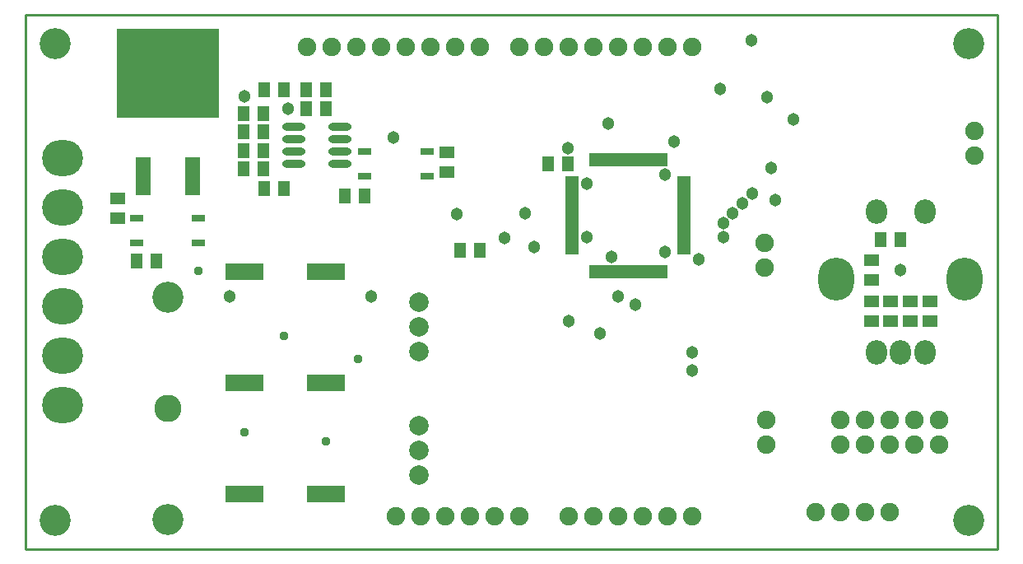
<source format=gbs>
G04*
G04 #@! TF.GenerationSoftware,Altium Limited,Altium Designer,22.2.1 (43)*
G04*
G04 Layer_Color=16711935*
%FSLAX43Y43*%
%MOMM*%
G71*
G04*
G04 #@! TF.SameCoordinates,4727E17F-0EAD-4C76-84FB-9B022A49384D*
G04*
G04*
G04 #@! TF.FilePolarity,Negative*
G04*
G01*
G75*
%ADD12C,0.254*%
%ADD23R,1.203X1.503*%
%ADD24R,1.503X1.203*%
%ADD34C,1.903*%
%ADD35C,2.003*%
%ADD36C,3.203*%
%ADD37C,2.803*%
%ADD38O,4.203X3.703*%
%ADD39O,3.703X4.403*%
%ADD40O,2.203X2.503*%
%ADD41C,1.303*%
%ADD42C,0.953*%
%ADD78R,1.403X0.503*%
%ADD79R,0.503X1.403*%
%ADD80R,4.003X1.803*%
%ADD81R,1.403X0.803*%
%ADD82R,1.503X3.903*%
%ADD83R,10.503X9.203*%
%ADD84O,2.403X0.803*%
D12*
X-0Y-0D02*
X100000D01*
X-0D02*
Y55000D01*
X100000D01*
Y-0D02*
Y55000D01*
D23*
X46686Y30770D02*
D03*
X44654D02*
D03*
X28820Y47235D02*
D03*
X30852D02*
D03*
X24502D02*
D03*
X26534D02*
D03*
X22458Y44845D02*
D03*
X24490D02*
D03*
X11405Y29620D02*
D03*
X13437D02*
D03*
X90000Y31866D02*
D03*
X87968D02*
D03*
X53754Y39616D02*
D03*
X55786D02*
D03*
X28820Y45330D02*
D03*
X30852D02*
D03*
X26534Y37075D02*
D03*
X24502D02*
D03*
X24490Y42940D02*
D03*
X22458D02*
D03*
Y41035D02*
D03*
X24490D02*
D03*
X22458Y39118D02*
D03*
X24490D02*
D03*
X32846Y36345D02*
D03*
X34878D02*
D03*
D24*
X9500Y34065D02*
D03*
Y36097D02*
D03*
X93000Y25516D02*
D03*
Y23484D02*
D03*
X91000Y25516D02*
D03*
Y23484D02*
D03*
X87000D02*
D03*
Y25516D02*
D03*
X89000Y23484D02*
D03*
Y25516D02*
D03*
X87000Y27675D02*
D03*
Y29707D02*
D03*
X43378Y38829D02*
D03*
Y40861D02*
D03*
D34*
X28920Y51630D02*
D03*
X31460D02*
D03*
X34000D02*
D03*
X36540D02*
D03*
X39080D02*
D03*
X41620D02*
D03*
X44160D02*
D03*
X46700D02*
D03*
X50764D02*
D03*
X53304D02*
D03*
X55844D02*
D03*
X58384D02*
D03*
X60924D02*
D03*
X63464D02*
D03*
X66004D02*
D03*
X68544D02*
D03*
Y3370D02*
D03*
X66004D02*
D03*
X63464D02*
D03*
X60924D02*
D03*
X58384D02*
D03*
X55844D02*
D03*
X50764D02*
D03*
X48224D02*
D03*
X45684D02*
D03*
X43144D02*
D03*
X40604D02*
D03*
X38064D02*
D03*
X97620Y40513D02*
D03*
Y43053D02*
D03*
X83820Y13335D02*
D03*
X86360D02*
D03*
X88900D02*
D03*
X91440D02*
D03*
X93980D02*
D03*
Y10795D02*
D03*
X91440D02*
D03*
X88900D02*
D03*
X86360D02*
D03*
X83820D02*
D03*
X76030Y31496D02*
D03*
Y28956D02*
D03*
X76200Y13335D02*
D03*
Y10795D02*
D03*
X88900Y3810D02*
D03*
X86360D02*
D03*
X83820D02*
D03*
X81280D02*
D03*
D35*
X40460Y22860D02*
D03*
Y20320D02*
D03*
Y12700D02*
D03*
Y10160D02*
D03*
Y7620D02*
D03*
Y25400D02*
D03*
D36*
X97000Y52000D02*
D03*
X3000D02*
D03*
Y3000D02*
D03*
X14605Y3064D02*
D03*
Y25924D02*
D03*
X97000Y3000D02*
D03*
D37*
X14605Y14494D02*
D03*
D38*
X3810Y19880D02*
D03*
Y14800D02*
D03*
Y30040D02*
D03*
Y24960D02*
D03*
Y40200D02*
D03*
Y35120D02*
D03*
D39*
X96600Y27750D02*
D03*
X83400D02*
D03*
D40*
X87500Y34750D02*
D03*
X92500D02*
D03*
Y20250D02*
D03*
X90000D02*
D03*
X87500D02*
D03*
D41*
X55786Y41290D02*
D03*
X20955Y26035D02*
D03*
X52330Y31080D02*
D03*
X51385Y34580D02*
D03*
X49226Y32040D02*
D03*
X44331Y34485D02*
D03*
X71750Y32080D02*
D03*
X77085Y35874D02*
D03*
X59960Y43773D02*
D03*
X74638Y52374D02*
D03*
X71460Y47357D02*
D03*
X78960Y44243D02*
D03*
X65750Y38580D02*
D03*
X37878Y42345D02*
D03*
X76315Y46513D02*
D03*
X27035Y45330D02*
D03*
X22470Y46595D02*
D03*
X35560Y26035D02*
D03*
X90000Y28691D02*
D03*
X72750Y34580D02*
D03*
X76665Y39243D02*
D03*
X62750Y25175D02*
D03*
X71750Y33580D02*
D03*
X73750Y35580D02*
D03*
X74750Y36580D02*
D03*
X69250Y29830D02*
D03*
X59055Y22225D02*
D03*
X60960Y26035D02*
D03*
X55880Y23495D02*
D03*
X68580Y18415D02*
D03*
Y20250D02*
D03*
X57750Y37580D02*
D03*
Y32080D02*
D03*
X65750Y30580D02*
D03*
X60250Y30080D02*
D03*
X66675Y41910D02*
D03*
D42*
X17805Y28610D02*
D03*
X26534Y21971D02*
D03*
X30870Y11090D02*
D03*
X34195Y19610D02*
D03*
X22470Y12065D02*
D03*
D78*
X56250Y30580D02*
D03*
Y31080D02*
D03*
Y31580D02*
D03*
Y32080D02*
D03*
Y32580D02*
D03*
Y33080D02*
D03*
Y33580D02*
D03*
Y34080D02*
D03*
Y34580D02*
D03*
Y38080D02*
D03*
Y37580D02*
D03*
Y37080D02*
D03*
Y36580D02*
D03*
Y36080D02*
D03*
Y35580D02*
D03*
Y35080D02*
D03*
X67750Y30580D02*
D03*
Y31080D02*
D03*
Y31580D02*
D03*
Y32080D02*
D03*
Y32580D02*
D03*
Y37580D02*
D03*
Y37080D02*
D03*
Y33580D02*
D03*
Y34080D02*
D03*
Y34580D02*
D03*
Y35080D02*
D03*
Y35580D02*
D03*
Y36080D02*
D03*
Y36580D02*
D03*
Y33080D02*
D03*
Y38080D02*
D03*
D79*
X61250Y28580D02*
D03*
X60750D02*
D03*
X60250D02*
D03*
X59750D02*
D03*
X59250D02*
D03*
X58750D02*
D03*
X58250D02*
D03*
X61750D02*
D03*
X62250D02*
D03*
X62750D02*
D03*
X63250D02*
D03*
X63750D02*
D03*
X64250D02*
D03*
X64750D02*
D03*
X65250D02*
D03*
X65750D02*
D03*
X58250Y40080D02*
D03*
X63250D02*
D03*
X59750D02*
D03*
X60250D02*
D03*
X60750D02*
D03*
X61250D02*
D03*
X61750D02*
D03*
X62250D02*
D03*
X62750D02*
D03*
X59250D02*
D03*
X58750D02*
D03*
X63750D02*
D03*
X64250D02*
D03*
X64750D02*
D03*
X65250D02*
D03*
X65750D02*
D03*
D80*
X30870Y5715D02*
D03*
X22470D02*
D03*
Y17145D02*
D03*
X30870D02*
D03*
X22470Y28575D02*
D03*
X30870D02*
D03*
D81*
X17805Y34065D02*
D03*
Y31525D02*
D03*
X11405D02*
D03*
Y34065D02*
D03*
X41278Y38345D02*
D03*
Y40885D02*
D03*
X34878D02*
D03*
Y38345D02*
D03*
D82*
X17145Y38370D02*
D03*
X12065D02*
D03*
D83*
X14605Y48970D02*
D03*
D84*
X27550Y42155D02*
D03*
Y43425D02*
D03*
Y39615D02*
D03*
Y40885D02*
D03*
X32350Y42155D02*
D03*
Y43425D02*
D03*
Y40885D02*
D03*
Y39615D02*
D03*
M02*

</source>
